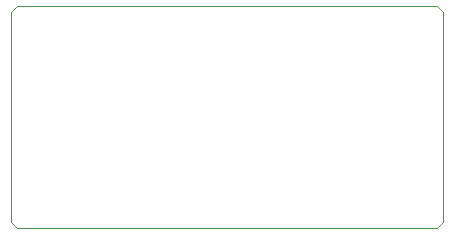
<source format=gbr>
G04 #@! TF.FileFunction,Profile,NP*
%FSLAX46Y46*%
G04 Gerber Fmt 4.6, Leading zero omitted, Abs format (unit mm)*
G04 Created by KiCad (PCBNEW 0.201505121916+5652~23~ubuntu14.04.1-product) date Mon 25 May 2015 21:29:56 BST*
%MOMM*%
G01*
G04 APERTURE LIST*
%ADD10C,0.150000*%
%ADD11C,0.100000*%
%ADD12C,0.099060*%
%ADD13C,0.099600*%
G04 APERTURE END LIST*
D10*
D11*
X38862000Y-41910000D02*
X38862000Y-59690000D01*
D12*
X74930000Y-60198000D02*
X39370000Y-60198000D01*
X75438000Y-41910000D02*
X75438000Y-59690000D01*
X39370000Y-41402000D02*
X74930000Y-41402000D01*
D13*
X39370000Y-60198000D02*
X38862000Y-59690000D01*
X75438000Y-59690000D02*
X74930000Y-60198000D01*
X74930000Y-41402000D02*
X75438000Y-41910000D01*
X38862000Y-41910000D02*
X39370000Y-41402000D01*
M02*

</source>
